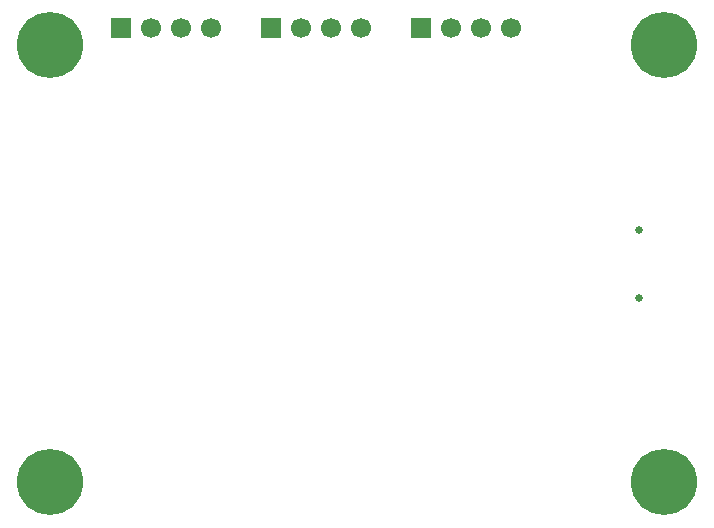
<source format=gbr>
%TF.GenerationSoftware,KiCad,Pcbnew,9.0.3*%
%TF.CreationDate,2025-07-17T21:10:23+02:00*%
%TF.ProjectId,LoRa_Project,4c6f5261-5f50-4726-9f6a-6563742e6b69,rev?*%
%TF.SameCoordinates,Original*%
%TF.FileFunction,Soldermask,Bot*%
%TF.FilePolarity,Negative*%
%FSLAX46Y46*%
G04 Gerber Fmt 4.6, Leading zero omitted, Abs format (unit mm)*
G04 Created by KiCad (PCBNEW 9.0.3) date 2025-07-17 21:10:23*
%MOMM*%
%LPD*%
G01*
G04 APERTURE LIST*
%ADD10C,5.600000*%
%ADD11R,1.700000X1.700000*%
%ADD12C,1.700000*%
%ADD13C,0.650000*%
G04 APERTURE END LIST*
D10*
%TO.C,H1*%
X194000000Y-56000000D03*
%TD*%
D11*
%TO.C,J3*%
X212690000Y-54500000D03*
D12*
X215230000Y-54500000D03*
X217770000Y-54500000D03*
X220310000Y-54500000D03*
%TD*%
D10*
%TO.C,H3*%
X194000000Y-93000000D03*
%TD*%
D13*
%TO.C,J2*%
X243895000Y-77390000D03*
X243895000Y-71610000D03*
%TD*%
D10*
%TO.C,H2*%
X245999999Y-56000001D03*
%TD*%
D11*
%TO.C,J6*%
X225420001Y-54500000D03*
D12*
X227960001Y-54500000D03*
X230500001Y-54500000D03*
X233040001Y-54500000D03*
%TD*%
D11*
%TO.C,J1*%
X200000000Y-54500000D03*
D12*
X202540000Y-54500000D03*
X205080000Y-54500000D03*
X207620000Y-54500000D03*
%TD*%
D10*
%TO.C,H4*%
X245999999Y-92999999D03*
%TD*%
M02*

</source>
